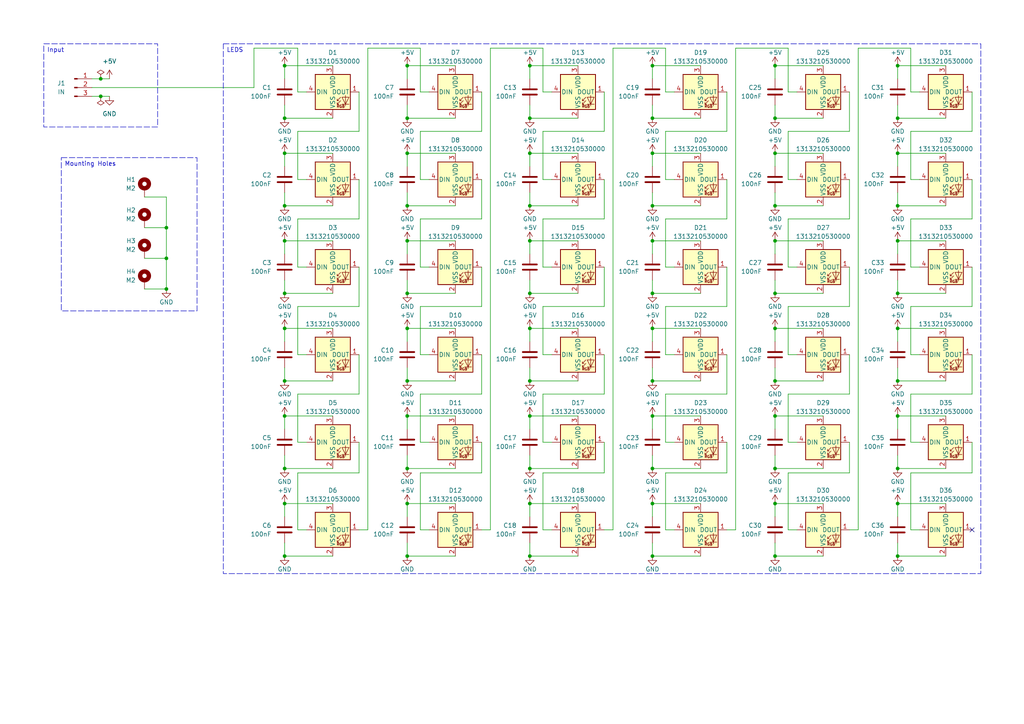
<source format=kicad_sch>
(kicad_sch (version 20230121) (generator eeschema)
  (paper "A4")
  (title_block (title "Carte Led") (date "2024-10-25") (rev "V1.0"))
  (junction (at 153.67 135.89))
  (junction (at 260.35 135.89))
  (junction (at 153.67 120.65))
  (junction (at 189.23 95.25))
  (junction (at 48.26 74.93))
  (junction (at 189.23 34.29))
  (junction (at 189.23 120.65))
  (junction (at 153.67 161.29))
  (junction (at 82.55 95.25))
  (junction (at 224.79 69.85))
  (junction (at 224.79 19.05))
  (junction (at 118.11 95.25))
  (junction (at 260.35 59.69))
  (junction (at 189.23 110.49))
  (junction (at 153.67 34.29))
  (junction (at 260.35 69.85))
  (junction (at 224.79 95.25))
  (junction (at 189.23 85.09))
  (junction (at 224.79 135.89))
  (junction (at 260.35 44.45))
  (junction (at 118.11 69.85))
  (junction (at 118.11 44.45))
  (junction (at 48.26 83.82))
  (junction (at 153.67 69.85))
  (junction (at 118.11 19.05))
  (junction (at 82.55 85.09))
  (junction (at 153.67 146.05))
  (junction (at 224.79 44.45))
  (junction (at 260.35 19.05))
  (junction (at 224.79 146.05))
  (junction (at 82.55 146.05))
  (junction (at 189.23 161.29))
  (junction (at 153.67 59.69))
  (junction (at 82.55 161.29))
  (junction (at 82.55 110.49))
  (junction (at 189.23 59.69))
  (junction (at 82.55 69.85))
  (junction (at 224.79 34.29))
  (junction (at 260.35 120.65))
  (junction (at 224.79 161.29))
  (junction (at 82.55 34.29))
  (junction (at 224.79 85.09))
  (junction (at 189.23 146.05))
  (junction (at 29.21 22.86))
  (junction (at 82.55 120.65))
  (junction (at 260.35 110.49))
  (junction (at 153.67 95.25))
  (junction (at 153.67 110.49))
  (junction (at 118.11 59.69))
  (junction (at 189.23 19.05))
  (junction (at 260.35 161.29))
  (junction (at 189.23 44.45))
  (junction (at 48.26 66.04))
  (junction (at 118.11 120.65))
  (junction (at 189.23 69.85))
  (junction (at 153.67 44.45))
  (junction (at 224.79 120.65))
  (junction (at 260.35 146.05))
  (junction (at 153.67 85.09))
  (junction (at 260.35 95.25))
  (junction (at 118.11 161.29))
  (junction (at 189.23 135.89))
  (junction (at 224.79 110.49))
  (junction (at 224.79 59.69))
  (junction (at 153.67 19.05))
  (junction (at 118.11 85.09))
  (junction (at 82.55 19.05))
  (junction (at 82.55 59.69))
  (junction (at 118.11 135.89))
  (junction (at 82.55 44.45))
  (junction (at 29.21 27.94))
  (junction (at 118.11 110.49))
  (junction (at 118.11 34.29))
  (junction (at 82.55 135.89))
  (junction (at 260.35 85.09))
  (junction (at 260.35 34.29))
  (junction (at 118.11 146.05))
  (no_connect (at 281.94 153.67))
  (wire (pts (xy 88.9 128.27) (xy 86.36 128.27)))
  (wire (pts (xy 264.16 137.16) (xy 281.94 137.16)))
  (wire (pts (xy 82.55 161.29) (xy 96.52 161.29)))
  (wire (pts (xy 177.8 13.97) (xy 177.8 153.67)))
  (wire (pts (xy 228.6 13.97) (xy 213.36 13.97)))
  (wire (pts (xy 224.79 55.88) (xy 224.79 59.69)))
  (wire (pts (xy 266.7 153.67) (xy 264.16 153.67)))
  (wire (pts (xy 118.11 95.25) (xy 118.11 99.06)))
  (wire (pts (xy 153.67 44.45) (xy 153.67 48.26)))
  (wire (pts (xy 260.35 135.89) (xy 274.32 135.89)))
  (wire (pts (xy 41.91 83.82) (xy 48.26 83.82)))
  (wire (pts (xy 224.79 120.65) (xy 238.76 120.65)))
  (wire (pts (xy 160.02 52.07) (xy 157.48 52.07)))
  (wire (pts (xy 231.14 26.67) (xy 228.6 26.67)))
  (wire (pts (xy 260.35 120.65) (xy 260.35 124.46)))
  (wire (pts (xy 224.79 59.69) (xy 238.76 59.69)))
  (wire (pts (xy 260.35 161.29) (xy 274.32 161.29)))
  (wire (pts (xy 260.35 55.88) (xy 260.35 59.69)))
  (wire (pts (xy 195.58 102.87) (xy 193.04 102.87)))
  (wire (pts (xy 175.26 38.1) (xy 175.26 26.67)))
  (wire (pts (xy 228.6 38.1) (xy 246.38 38.1)))
  (wire (pts (xy 121.92 63.5) (xy 139.7 63.5)))
  (wire (pts (xy 26.67 27.94) (xy 29.21 27.94)))
  (wire (pts (xy 189.23 59.69) (xy 203.2 59.69)))
  (wire (pts (xy 248.92 13.97) (xy 264.16 13.97)))
  (wire (pts (xy 124.46 128.27) (xy 121.92 128.27)))
  (wire (pts (xy 82.55 59.69) (xy 96.52 59.69)))
  (wire (pts (xy 224.79 85.09) (xy 238.76 85.09)))
  (wire (pts (xy 246.38 88.9) (xy 246.38 77.47)))
  (wire (pts (xy 26.67 22.86) (xy 29.21 22.86)))
  (wire (pts (xy 260.35 95.25) (xy 274.32 95.25)))
  (wire (pts (xy 153.67 34.29) (xy 167.64 34.29)))
  (wire (pts (xy 193.04 137.16) (xy 193.04 153.67)))
  (wire (pts (xy 82.55 55.88) (xy 82.55 59.69)))
  (wire (pts (xy 224.79 110.49) (xy 238.76 110.49)))
  (wire (pts (xy 189.23 44.45) (xy 189.23 48.26)))
  (wire (pts (xy 246.38 137.16) (xy 246.38 128.27)))
  (wire (pts (xy 118.11 161.29) (xy 132.08 161.29)))
  (wire (pts (xy 260.35 132.08) (xy 260.35 135.89)))
  (wire (pts (xy 26.67 25.4) (xy 73.66 25.4)))
  (wire (pts (xy 189.23 135.89) (xy 203.2 135.89)))
  (wire (pts (xy 160.02 26.67) (xy 157.48 26.67)))
  (wire (pts (xy 231.14 52.07) (xy 228.6 52.07)))
  (wire (pts (xy 193.04 114.3) (xy 193.04 128.27)))
  (wire (pts (xy 86.36 137.16) (xy 86.36 153.67)))
  (wire (pts (xy 193.04 13.97) (xy 193.04 26.67)))
  (wire (pts (xy 121.92 88.9) (xy 139.7 88.9)))
  (wire (pts (xy 228.6 88.9) (xy 246.38 88.9)))
  (wire (pts (xy 86.36 13.97) (xy 86.36 26.67)))
  (wire (pts (xy 195.58 26.67) (xy 193.04 26.67)))
  (wire (pts (xy 213.36 13.97) (xy 213.36 153.67)))
  (wire (pts (xy 264.16 137.16) (xy 264.16 153.67)))
  (wire (pts (xy 224.79 132.08) (xy 224.79 135.89)))
  (wire (pts (xy 118.11 106.68) (xy 118.11 110.49)))
  (wire (pts (xy 121.92 114.3) (xy 139.7 114.3)))
  (wire (pts (xy 189.23 44.45) (xy 203.2 44.45)))
  (wire (pts (xy 260.35 157.48) (xy 260.35 161.29)))
  (wire (pts (xy 153.67 110.49) (xy 167.64 110.49)))
  (wire (pts (xy 118.11 132.08) (xy 118.11 135.89)))
  (wire (pts (xy 106.68 13.97) (xy 106.68 153.67)))
  (wire (pts (xy 281.94 88.9) (xy 281.94 77.47)))
  (wire (pts (xy 153.67 157.48) (xy 153.67 161.29)))
  (wire (pts (xy 189.23 95.25) (xy 189.23 99.06)))
  (wire (pts (xy 104.14 63.5) (xy 104.14 52.07)))
  (wire (pts (xy 153.67 135.89) (xy 167.64 135.89)))
  (wire (pts (xy 193.04 137.16) (xy 210.82 137.16)))
  (wire (pts (xy 160.02 153.67) (xy 157.48 153.67)))
  (wire (pts (xy 104.14 114.3) (xy 104.14 102.87)))
  (wire (pts (xy 193.04 88.9) (xy 193.04 102.87)))
  (wire (pts (xy 189.23 19.05) (xy 189.23 22.86)))
  (wire (pts (xy 264.16 88.9) (xy 281.94 88.9)))
  (wire (pts (xy 266.7 52.07) (xy 264.16 52.07)))
  (wire (pts (xy 260.35 34.29) (xy 274.32 34.29)))
  (wire (pts (xy 266.7 77.47) (xy 264.16 77.47)))
  (wire (pts (xy 153.67 95.25) (xy 153.67 99.06)))
  (wire (pts (xy 264.16 38.1) (xy 264.16 52.07)))
  (wire (pts (xy 121.92 137.16) (xy 121.92 153.67)))
  (wire (pts (xy 153.67 120.65) (xy 167.64 120.65)))
  (wire (pts (xy 264.16 63.5) (xy 264.16 77.47)))
  (wire (pts (xy 260.35 85.09) (xy 274.32 85.09)))
  (wire (pts (xy 189.23 55.88) (xy 189.23 59.69)))
  (wire (pts (xy 231.14 102.87) (xy 228.6 102.87)))
  (wire (pts (xy 195.58 77.47) (xy 193.04 77.47)))
  (wire (pts (xy 121.92 38.1) (xy 121.92 52.07)))
  (wire (pts (xy 121.92 137.16) (xy 139.7 137.16)))
  (wire (pts (xy 88.9 52.07) (xy 86.36 52.07)))
  (wire (pts (xy 29.21 27.94) (xy 31.75 27.94)))
  (wire (pts (xy 157.48 38.1) (xy 157.48 52.07)))
  (wire (pts (xy 210.82 63.5) (xy 210.82 52.07)))
  (wire (pts (xy 210.82 88.9) (xy 210.82 77.47)))
  (wire (pts (xy 281.94 114.3) (xy 281.94 102.87)))
  (wire (pts (xy 189.23 30.48) (xy 189.23 34.29)))
  (wire (pts (xy 118.11 59.69) (xy 132.08 59.69)))
  (wire (pts (xy 160.02 77.47) (xy 157.48 77.47)))
  (wire (pts (xy 153.67 55.88) (xy 153.67 59.69)))
  (wire (pts (xy 86.36 38.1) (xy 104.14 38.1)))
  (wire (pts (xy 228.6 88.9) (xy 228.6 102.87)))
  (wire (pts (xy 193.04 63.5) (xy 193.04 77.47)))
  (wire (pts (xy 193.04 38.1) (xy 210.82 38.1)))
  (wire (pts (xy 157.48 38.1) (xy 175.26 38.1)))
  (wire (pts (xy 139.7 137.16) (xy 139.7 128.27)))
  (wire (pts (xy 121.92 13.97) (xy 121.92 26.67)))
  (wire (pts (xy 139.7 114.3) (xy 139.7 102.87)))
  (wire (pts (xy 224.79 157.48) (xy 224.79 161.29)))
  (wire (pts (xy 41.91 57.15) (xy 48.26 57.15)))
  (wire (pts (xy 260.35 44.45) (xy 274.32 44.45)))
  (wire (pts (xy 260.35 59.69) (xy 274.32 59.69)))
  (wire (pts (xy 82.55 95.25) (xy 82.55 99.06)))
  (wire (pts (xy 224.79 44.45) (xy 238.76 44.45)))
  (wire (pts (xy 82.55 135.89) (xy 96.52 135.89)))
  (wire (pts (xy 86.36 63.5) (xy 86.36 77.47)))
  (wire (pts (xy 195.58 52.07) (xy 193.04 52.07)))
  (wire (pts (xy 118.11 81.28) (xy 118.11 85.09)))
  (wire (pts (xy 73.66 25.4) (xy 73.66 13.97)))
  (wire (pts (xy 266.7 102.87) (xy 264.16 102.87)))
  (wire (pts (xy 246.38 63.5) (xy 246.38 52.07)))
  (wire (pts (xy 189.23 34.29) (xy 203.2 34.29)))
  (wire (pts (xy 82.55 120.65) (xy 96.52 120.65)))
  (wire (pts (xy 153.67 44.45) (xy 167.64 44.45)))
  (wire (pts (xy 82.55 19.05) (xy 82.55 22.86)))
  (wire (pts (xy 231.14 77.47) (xy 228.6 77.47)))
  (wire (pts (xy 260.35 69.85) (xy 274.32 69.85)))
  (wire (pts (xy 153.67 146.05) (xy 167.64 146.05)))
  (wire (pts (xy 86.36 88.9) (xy 104.14 88.9)))
  (wire (pts (xy 224.79 120.65) (xy 224.79 124.46)))
  (wire (pts (xy 224.79 135.89) (xy 238.76 135.89)))
  (wire (pts (xy 157.48 114.3) (xy 175.26 114.3)))
  (wire (pts (xy 264.16 38.1) (xy 281.94 38.1)))
  (wire (pts (xy 118.11 55.88) (xy 118.11 59.69)))
  (wire (pts (xy 264.16 13.97) (xy 264.16 26.67)))
  (wire (pts (xy 224.79 69.85) (xy 238.76 69.85)))
  (wire (pts (xy 224.79 161.29) (xy 238.76 161.29)))
  (wire (pts (xy 281.94 63.5) (xy 281.94 52.07)))
  (wire (pts (xy 224.79 30.48) (xy 224.79 34.29)))
  (wire (pts (xy 228.6 114.3) (xy 228.6 128.27)))
  (wire (pts (xy 224.79 95.25) (xy 224.79 99.06)))
  (wire (pts (xy 124.46 52.07) (xy 121.92 52.07)))
  (wire (pts (xy 281.94 38.1) (xy 281.94 26.67)))
  (wire (pts (xy 139.7 38.1) (xy 139.7 26.67)))
  (wire (pts (xy 86.36 114.3) (xy 86.36 128.27)))
  (wire (pts (xy 82.55 132.08) (xy 82.55 135.89)))
  (wire (pts (xy 157.48 137.16) (xy 175.26 137.16)))
  (wire (pts (xy 86.36 137.16) (xy 104.14 137.16)))
  (wire (pts (xy 264.16 88.9) (xy 264.16 102.87)))
  (wire (pts (xy 153.67 19.05) (xy 153.67 22.86)))
  (wire (pts (xy 118.11 19.05) (xy 132.08 19.05)))
  (wire (pts (xy 246.38 114.3) (xy 246.38 102.87)))
  (wire (pts (xy 160.02 128.27) (xy 157.48 128.27)))
  (wire (pts (xy 224.79 34.29) (xy 238.76 34.29)))
  (wire (pts (xy 189.23 81.28) (xy 189.23 85.09)))
  (wire (pts (xy 175.26 88.9) (xy 175.26 77.47)))
  (wire (pts (xy 82.55 157.48) (xy 82.55 161.29)))
  (wire (pts (xy 228.6 114.3) (xy 246.38 114.3)))
  (wire (pts (xy 153.67 30.48) (xy 153.67 34.29)))
  (wire (pts (xy 224.79 19.05) (xy 224.79 22.86)))
  (wire (pts (xy 82.55 81.28) (xy 82.55 85.09)))
  (wire (pts (xy 157.48 137.16) (xy 157.48 153.67)))
  (wire (pts (xy 118.11 69.85) (xy 118.11 73.66)))
  (wire (pts (xy 121.92 13.97) (xy 106.68 13.97)))
  (wire (pts (xy 189.23 161.29) (xy 203.2 161.29)))
  (wire (pts (xy 231.14 153.67) (xy 228.6 153.67)))
  (wire (pts (xy 189.23 69.85) (xy 203.2 69.85)))
  (wire (pts (xy 104.14 153.67) (xy 106.68 153.67)))
  (wire (pts (xy 118.11 34.29) (xy 132.08 34.29)))
  (wire (pts (xy 157.48 63.5) (xy 157.48 77.47)))
  (wire (pts (xy 82.55 95.25) (xy 96.52 95.25)))
  (wire (pts (xy 121.92 63.5) (xy 121.92 77.47)))
  (wire (pts (xy 189.23 110.49) (xy 203.2 110.49)))
  (wire (pts (xy 260.35 95.25) (xy 260.35 99.06)))
  (wire (pts (xy 104.14 137.16) (xy 104.14 128.27)))
  (wire (pts (xy 189.23 85.09) (xy 203.2 85.09)))
  (wire (pts (xy 121.92 114.3) (xy 121.92 128.27)))
  (wire (pts (xy 193.04 38.1) (xy 193.04 52.07)))
  (wire (pts (xy 118.11 135.89) (xy 132.08 135.89)))
  (wire (pts (xy 260.35 19.05) (xy 274.32 19.05)))
  (wire (pts (xy 281.94 137.16) (xy 281.94 128.27)))
  (wire (pts (xy 139.7 63.5) (xy 139.7 52.07)))
  (wire (pts (xy 104.14 38.1) (xy 104.14 26.67)))
  (wire (pts (xy 260.35 44.45) (xy 260.35 48.26)))
  (wire (pts (xy 175.26 153.67) (xy 177.8 153.67)))
  (wire (pts (xy 118.11 157.48) (xy 118.11 161.29)))
  (wire (pts (xy 189.23 106.68) (xy 189.23 110.49)))
  (wire (pts (xy 224.79 146.05) (xy 238.76 146.05)))
  (wire (pts (xy 153.67 85.09) (xy 167.64 85.09)))
  (wire (pts (xy 260.35 106.68) (xy 260.35 110.49)))
  (wire (pts (xy 86.36 38.1) (xy 86.36 52.07)))
  (wire (pts (xy 142.24 153.67) (xy 139.7 153.67)))
  (wire (pts (xy 153.67 146.05) (xy 153.67 149.86)))
  (wire (pts (xy 248.92 13.97) (xy 248.92 153.67)))
  (wire (pts (xy 153.67 95.25) (xy 167.64 95.25)))
  (wire (pts (xy 228.6 63.5) (xy 246.38 63.5)))
  (wire (pts (xy 157.48 63.5) (xy 175.26 63.5)))
  (wire (pts (xy 260.35 146.05) (xy 274.32 146.05)))
  (wire (pts (xy 82.55 106.68) (xy 82.55 110.49)))
  (wire (pts (xy 246.38 38.1) (xy 246.38 26.67)))
  (wire (pts (xy 210.82 114.3) (xy 210.82 102.87)))
  (wire (pts (xy 153.67 69.85) (xy 167.64 69.85)))
  (wire (pts (xy 264.16 114.3) (xy 264.16 128.27)))
  (wire (pts (xy 153.67 69.85) (xy 153.67 73.66)))
  (wire (pts (xy 139.7 88.9) (xy 139.7 77.47)))
  (wire (pts (xy 118.11 110.49) (xy 132.08 110.49)))
  (wire (pts (xy 189.23 146.05) (xy 203.2 146.05)))
  (wire (pts (xy 104.14 88.9) (xy 104.14 77.47)))
  (wire (pts (xy 153.67 120.65) (xy 153.67 124.46)))
  (wire (pts (xy 224.79 106.68) (xy 224.79 110.49)))
  (wire (pts (xy 260.35 120.65) (xy 274.32 120.65)))
  (wire (pts (xy 153.67 161.29) (xy 167.64 161.29)))
  (wire (pts (xy 82.55 30.48) (xy 82.55 34.29)))
  (wire (pts (xy 248.92 153.67) (xy 246.38 153.67)))
  (wire (pts (xy 189.23 95.25) (xy 203.2 95.25)))
  (wire (pts (xy 228.6 13.97) (xy 228.6 26.67)))
  (wire (pts (xy 82.55 146.05) (xy 96.52 146.05)))
  (wire (pts (xy 193.04 114.3) (xy 210.82 114.3)))
  (wire (pts (xy 260.35 146.05) (xy 260.35 149.86)))
  (wire (pts (xy 121.92 38.1) (xy 139.7 38.1)))
  (wire (pts (xy 193.04 63.5) (xy 210.82 63.5)))
  (wire (pts (xy 82.55 120.65) (xy 82.55 124.46)))
  (wire (pts (xy 189.23 19.05) (xy 203.2 19.05)))
  (wire (pts (xy 210.82 137.16) (xy 210.82 128.27)))
  (wire (pts (xy 231.14 128.27) (xy 228.6 128.27)))
  (wire (pts (xy 189.23 69.85) (xy 189.23 73.66)))
  (wire (pts (xy 189.23 120.65) (xy 203.2 120.65)))
  (wire (pts (xy 224.79 81.28) (xy 224.79 85.09)))
  (wire (pts (xy 82.55 44.45) (xy 82.55 48.26)))
  (wire (pts (xy 264.16 63.5) (xy 281.94 63.5)))
  (wire (pts (xy 157.48 114.3) (xy 157.48 128.27)))
  (wire (pts (xy 266.7 128.27) (xy 264.16 128.27)))
  (wire (pts (xy 118.11 44.45) (xy 132.08 44.45)))
  (wire (pts (xy 82.55 110.49) (xy 96.52 110.49)))
  (wire (pts (xy 86.36 63.5) (xy 104.14 63.5)))
  (wire (pts (xy 160.02 102.87) (xy 157.48 102.87)))
  (wire (pts (xy 189.23 132.08) (xy 189.23 135.89)))
  (wire (pts (xy 48.26 74.93) (xy 48.26 83.82)))
  (wire (pts (xy 88.9 153.67) (xy 86.36 153.67)))
  (wire (pts (xy 124.46 77.47) (xy 121.92 77.47)))
  (wire (pts (xy 175.26 137.16) (xy 175.26 128.27)))
  (wire (pts (xy 189.23 157.48) (xy 189.23 161.29)))
  (wire (pts (xy 228.6 38.1) (xy 228.6 52.07)))
  (wire (pts (xy 189.23 146.05) (xy 189.23 149.86)))
  (wire (pts (xy 82.55 146.05) (xy 82.55 149.86)))
  (wire (pts (xy 193.04 88.9) (xy 210.82 88.9)))
  (wire (pts (xy 157.48 13.97) (xy 157.48 26.67)))
  (wire (pts (xy 118.11 30.48) (xy 118.11 34.29)))
  (wire (pts (xy 121.92 88.9) (xy 121.92 102.87)))
  (wire (pts (xy 82.55 85.09) (xy 96.52 85.09)))
  (wire (pts (xy 157.48 88.9) (xy 157.48 102.87)))
  (wire (pts (xy 86.36 88.9) (xy 86.36 102.87)))
  (wire (pts (xy 153.67 132.08) (xy 153.67 135.89)))
  (wire (pts (xy 124.46 102.87) (xy 121.92 102.87)))
  (wire (pts (xy 82.55 69.85) (xy 96.52 69.85)))
  (wire (pts (xy 210.82 153.67) (xy 213.36 153.67)))
  (wire (pts (xy 260.35 19.05) (xy 260.35 22.86)))
  (wire (pts (xy 264.16 114.3) (xy 281.94 114.3)))
  (wire (pts (xy 48.26 66.04) (xy 48.26 74.93)))
  (wire (pts (xy 195.58 128.27) (xy 193.04 128.27)))
  (wire (pts (xy 118.11 120.65) (xy 118.11 124.46)))
  (wire (pts (xy 228.6 137.16) (xy 228.6 153.67)))
  (wire (pts (xy 88.9 102.87) (xy 86.36 102.87)))
  (wire (pts (xy 82.55 69.85) (xy 82.55 73.66)))
  (wire (pts (xy 224.79 146.05) (xy 224.79 149.86)))
  (wire (pts (xy 153.67 19.05) (xy 167.64 19.05)))
  (wire (pts (xy 124.46 26.67) (xy 121.92 26.67)))
  (wire (pts (xy 260.35 81.28) (xy 260.35 85.09)))
  (wire (pts (xy 228.6 63.5) (xy 228.6 77.47)))
  (wire (pts (xy 195.58 153.67) (xy 193.04 153.67)))
  (wire (pts (xy 260.35 110.49) (xy 274.32 110.49)))
  (wire (pts (xy 118.11 19.05) (xy 118.11 22.86)))
  (wire (pts (xy 153.67 106.68) (xy 153.67 110.49)))
  (wire (pts (xy 88.9 77.47) (xy 86.36 77.47)))
  (wire (pts (xy 82.55 34.29) (xy 96.52 34.29)))
  (wire (pts (xy 224.79 19.05) (xy 238.76 19.05)))
  (wire (pts (xy 224.79 44.45) (xy 224.79 48.26)))
  (wire (pts (xy 118.11 95.25) (xy 132.08 95.25)))
  (wire (pts (xy 153.67 59.69) (xy 167.64 59.69)))
  (wire (pts (xy 224.79 69.85) (xy 224.79 73.66)))
  (wire (pts (xy 266.7 26.67) (xy 264.16 26.67)))
  (wire (pts (xy 228.6 137.16) (xy 246.38 137.16)))
  (wire (pts (xy 82.55 44.45) (xy 96.52 44.45)))
  (wire (pts (xy 73.66 13.97) (xy 86.36 13.97)))
  (wire (pts (xy 88.9 26.67) (xy 86.36 26.67)))
  (wire (pts (xy 124.46 153.67) (xy 121.92 153.67)))
  (wire (pts (xy 82.55 19.05) (xy 96.52 19.05)))
  (wire (pts (xy 177.8 13.97) (xy 193.04 13.97)))
  (wire (pts (xy 86.36 114.3) (xy 104.14 114.3)))
  (wire (pts (xy 142.24 13.97) (xy 142.24 153.67)))
  (wire (pts (xy 153.67 81.28) (xy 153.67 85.09)))
  (wire (pts (xy 48.26 57.15) (xy 48.26 66.04)))
  (wire (pts (xy 118.11 146.05) (xy 118.11 149.86)))
  (wire (pts (xy 29.21 22.86) (xy 31.75 22.86)))
  (wire (pts (xy 189.23 120.65) (xy 189.23 124.46)))
  (wire (pts (xy 142.24 13.97) (xy 157.48 13.97)))
  (wire (pts (xy 260.35 69.85) (xy 260.35 73.66)))
  (wire (pts (xy 41.91 74.93) (xy 48.26 74.93)))
  (wire (pts (xy 175.26 63.5) (xy 175.26 52.07)))
  (wire (pts (xy 224.79 95.25) (xy 238.76 95.25)))
  (wire (pts (xy 260.35 30.48) (xy 260.35 34.29)))
  (wire (pts (xy 118.11 85.09) (xy 132.08 85.09)))
  (wire (pts (xy 118.11 146.05) (xy 132.08 146.05)))
  (wire (pts (xy 210.82 38.1) (xy 210.82 26.67)))
  (wire (pts (xy 118.11 44.45) (xy 118.11 48.26)))
  (wire (pts (xy 118.11 120.65) (xy 132.08 120.65)))
  (wire (pts (xy 157.48 88.9) (xy 175.26 88.9)))
  (wire (pts (xy 41.91 66.04) (xy 48.26 66.04)))
  (wire (pts (xy 118.11 69.85) (xy 132.08 69.85)))
  (wire (pts (xy 175.26 114.3) (xy 175.26 102.87)))
  (text_box "Mounting Holes" (at 17.78 45.72 0) (size 39.37 44.45) (stroke (width 0) (type dash)) (effects (font (size 1.27 1.27)) (justify left top)))
  (text_box "LEDS" (at 64.77 12.7 0) (size 219.71 153.67) (stroke (width 0) (type dash)) (effects (font (size 1.27 1.27)) (justify left top)))
  (text_box "Input" (at 12.7 12.7 0) (size 33.02 24.13) (stroke (width 0) (type dash)) (effects (font (size 1.27 1.27)) (justify left top)))
  (symbol (lib_id "power:GND") (at 118.11 85.09 0) (unit 1)
    (property "Reference" "#PWR020" (effects hide))
    (property "Value" "GND" (at 118.11 88.9 0))
  )
  (symbol (lib_id "ComponentsEvo:1313210530000") (at 167.64 77.47 0) (unit 1)
    (property "Reference" "D15" (at 167.64 66.04 0))
    (property "Value" "1313210530000" (at 167.64 68.58 0))
    (property "Footprint" "ComponentsEvo:1313210530000" (effects hide))
    (property "Datasheet" "https://www.we-online.com/components/products/datasheet/1313210530000.pdf" (effects hide))
  )
  (symbol (lib_id "ComponentsEvo:1313210530000") (at 132.08 52.07 0) (unit 1)
    (property "Reference" "D8" (at 132.08 40.64 0))
    (property "Value" "1313210530000" (at 132.08 43.18 0))
    (property "Footprint" "ComponentsEvo:1313210530000" (effects hide))
    (property "Datasheet" "https://www.we-online.com/components/products/datasheet/1313210530000.pdf" (effects hide))
  )
  (symbol (lib_id "power:GND") (at 153.67 110.49 0) (unit 1)
    (property "Reference" "#PWR034" (effects hide))
    (property "Value" "GND" (at 153.67 114.3 0))
  )
  (symbol (lib_id "Device:C") (at 82.55 128.27 0) (unit 1)
    (property "Reference" "C5" (at 78.74 127 0) (effects (justify right)))
    (property "Value" "100nF" (at 78.74 129.54 0) (effects (justify right)))
    (property "Footprint" "Capacitor_SMD:C_0603_1608Metric" (effects hide))
  )
  (symbol (lib_id "power:GND") (at 260.35 85.09 0) (unit 1)
    (property "Reference" "#PWR068" (effects hide))
    (property "Value" "GND" (at 260.35 88.9 0))
  )
  (symbol (lib_id "Device:C") (at 118.11 26.67 0) (unit 1)
    (property "Reference" "C7" (at 114.3 25.4 0) (effects (justify right)))
    (property "Value" "100nF" (at 114.3 27.94 0) (effects (justify right)))
    (property "Footprint" "Capacitor_SMD:C_0603_1608Metric" (effects hide))
  )
  (symbol (lib_id "power:PWR_FLAG") (at 29.21 27.94 180) (unit 1)
    (property "Reference" "#FLG02" (effects hide))
    (property "Value" "PWR_FLAG" (effects hide))
  )
  (symbol (lib_id "Device:C") (at 260.35 52.07 0) (unit 1)
    (property "Reference" "C32" (at 256.54 50.8 0) (effects (justify right)))
    (property "Value" "100nF" (at 256.54 53.34 0) (effects (justify right)))
    (property "Footprint" "Capacitor_SMD:C_0603_1608Metric" (effects hide))
  )
  (symbol (lib_id "ComponentsEvo:1313210530000") (at 203.2 153.67 0) (unit 1)
    (property "Reference" "D24" (at 203.2 142.24 0))
    (property "Value" "1313210530000" (at 203.2 144.78 0))
    (property "Footprint" "ComponentsEvo:1313210530000" (effects hide))
    (property "Datasheet" "https://www.we-online.com/components/products/datasheet/1313210530000.pdf" (effects hide))
  )
  (symbol (lib_id "ComponentsEvo:1313210530000") (at 167.64 26.67 0) (unit 1)
    (property "Reference" "D13" (at 167.64 15.24 0))
    (property "Value" "1313210530000" (at 167.64 17.78 0))
    (property "Footprint" "ComponentsEvo:1313210530000" (effects hide))
    (property "Datasheet" "https://www.we-online.com/components/products/datasheet/1313210530000.pdf" (effects hide))
  )
  (symbol (lib_id "power:GND") (at 189.23 135.89 0) (unit 1)
    (property "Reference" "#PWR048" (effects hide))
    (property "Value" "GND" (at 189.23 139.7 0))
  )
  (symbol (lib_id "Device:C") (at 153.67 26.67 0) (unit 1)
    (property "Reference" "C13" (at 149.86 25.4 0) (effects (justify right)))
    (property "Value" "100nF" (at 149.86 27.94 0) (effects (justify right)))
    (property "Footprint" "Capacitor_SMD:C_0603_1608Metric" (effects hide))
  )
  (symbol (lib_id "power:GND") (at 224.79 59.69 0) (unit 1)
    (property "Reference" "#PWR054" (effects hide))
    (property "Value" "GND" (at 224.79 63.5 0))
  )
  (symbol (lib_id "power:+5V") (at 31.75 22.86 0) (unit 1)
    (property "Reference" "#PWR01" (effects hide))
    (property "Value" "+5V" (at 31.75 17.78 0))
  )
  (symbol (lib_id "power:+5V") (at 153.67 44.45 0) (unit 1)
    (property "Reference" "#PWR029" (effects hide))
    (property "Value" "+5V" (at 153.67 40.64 0))
  )
  (symbol (lib_id "power:+5V") (at 224.79 146.05 0) (unit 1)
    (property "Reference" "#PWR061" (effects hide))
    (property "Value" "+5V" (at 224.79 142.24 0))
  )
  (symbol (lib_id "power:GND") (at 82.55 135.89 0) (unit 1)
    (property "Reference" "#PWR012" (effects hide))
    (property "Value" "GND" (at 82.55 139.7 0))
  )
  (symbol (lib_id "power:+5V") (at 118.11 146.05 0) (unit 1)
    (property "Reference" "#PWR025" (effects hide))
    (property "Value" "+5V" (at 118.11 142.24 0))
  )
  (symbol (lib_id "power:GND") (at 224.79 161.29 0) (unit 1)
    (property "Reference" "#PWR062" (effects hide))
    (property "Value" "GND" (at 224.79 165.1 0))
  )
  (symbol (lib_id "ComponentsEvo:1313210530000") (at 274.32 153.67 0) (unit 1)
    (property "Reference" "D36" (at 274.32 142.24 0))
    (property "Value" "1313210530000" (at 274.32 144.78 0))
    (property "Footprint" "ComponentsEvo:1313210530000" (effects hide))
    (property "Datasheet" "https://www.we-online.com/components/products/datasheet/1313210530000.pdf" (effects hide))
  )
  (symbol (lib_id "Mechanical:MountingHole_Pad") (at 41.91 63.5 0) (mirror y) (unit 1) (in_bom no)
    (property "Reference" "H2" (at 39.37 60.96 0) (effects (justify left)))
    (property "Value" "M2" (at 39.37 63.5 0) (effects (justify left)))
    (property "Footprint" "MountingHole:MountingHole_2.2mm_M2_Pad_Via" (effects hide))
  )
  (symbol (lib_id "power:+5V") (at 189.23 95.25 0) (unit 1)
    (property "Reference" "#PWR045" (effects hide))
    (property "Value" "+5V" (at 189.23 91.44 0))
  )
  (symbol (lib_id "Device:C") (at 82.55 77.47 0) (unit 1)
    (property "Reference" "C3" (at 78.74 76.2 0) (effects (justify right)))
    (property "Value" "100nF" (at 78.74 78.74 0) (effects (justify right)))
    (property "Footprint" "Capacitor_SMD:C_0603_1608Metric" (effects hide))
  )
  (symbol (lib_id "ComponentsEvo:1313210530000") (at 96.52 52.07 0) (unit 1)
    (property "Reference" "D2" (at 96.52 40.64 0))
    (property "Value" "1313210530000" (at 96.52 43.18 0))
    (property "Footprint" "ComponentsEvo:1313210530000" (effects hide))
    (property "Datasheet" "https://www.we-online.com/components/products/datasheet/1313210530000.pdf" (effects hide))
  )
  (symbol (lib_id "power:GND") (at 260.35 135.89 0) (unit 1)
    (property "Reference" "#PWR072" (effects hide))
    (property "Value" "GND" (at 260.35 139.7 0))
  )
  (symbol (lib_id "power:+5V") (at 260.35 146.05 0) (unit 1)
    (property "Reference" "#PWR073" (effects hide))
    (property "Value" "+5V" (at 260.35 142.24 0))
  )
  (symbol (lib_id "Device:C") (at 224.79 128.27 0) (unit 1)
    (property "Reference" "C29" (at 220.98 127 0) (effects (justify right)))
    (property "Value" "100nF" (at 220.98 129.54 0) (effects (justify right)))
    (property "Footprint" "Capacitor_SMD:C_0603_1608Metric" (effects hide))
  )
  (symbol (lib_id "ComponentsEvo:1313210530000") (at 203.2 26.67 0) (unit 1)
    (property "Reference" "D19" (at 203.2 15.24 0))
    (property "Value" "1313210530000" (at 203.2 17.78 0))
    (property "Footprint" "ComponentsEvo:1313210530000" (effects hide))
    (property "Datasheet" "https://www.we-online.com/components/products/datasheet/1313210530000.pdf" (effects hide))
  )
  (symbol (lib_id "ComponentsEvo:1313210530000") (at 132.08 153.67 0) (unit 1)
    (property "Reference" "D12" (at 132.08 142.24 0))
    (property "Value" "1313210530000" (at 132.08 144.78 0))
    (property "Footprint" "ComponentsEvo:1313210530000" (effects hide))
    (property "Datasheet" "https://www.we-online.com/components/products/datasheet/1313210530000.pdf" (effects hide))
  )
  (symbol (lib_id "power:GND") (at 224.79 85.09 0) (unit 1)
    (property "Reference" "#PWR056" (effects hide))
    (property "Value" "GND" (at 224.79 88.9 0))
  )
  (symbol (lib_id "Device:C") (at 189.23 52.07 0) (unit 1)
    (property "Reference" "C20" (at 185.42 50.8 0) (effects (justify right)))
    (property "Value" "100nF" (at 185.42 53.34 0) (effects (justify right)))
    (property "Footprint" "Capacitor_SMD:C_0603_1608Metric" (effects hide))
  )
  (symbol (lib_id "power:GND") (at 260.35 110.49 0) (unit 1)
    (property "Reference" "#PWR070" (effects hide))
    (property "Value" "GND" (at 260.35 114.3 0))
  )
  (symbol (lib_id "ComponentsEvo:1313210530000") (at 238.76 77.47 0) (unit 1)
    (property "Reference" "D27" (at 238.76 66.04 0))
    (property "Value" "1313210530000" (at 238.76 68.58 0))
    (property "Footprint" "ComponentsEvo:1313210530000" (effects hide))
    (property "Datasheet" "https://www.we-online.com/components/products/datasheet/1313210530000.pdf" (effects hide))
  )
  (symbol (lib_id "power:GND") (at 82.55 34.29 0) (unit 1)
    (property "Reference" "#PWR04" (effects hide))
    (property "Value" "GND" (at 82.55 38.1 0))
  )
  (symbol (lib_id "ComponentsEvo:1313210530000") (at 96.52 153.67 0) (unit 1)
    (property "Reference" "D6" (at 96.52 142.24 0))
    (property "Value" "1313210530000" (at 96.52 144.78 0))
    (property "Footprint" "ComponentsEvo:1313210530000" (effects hide))
    (property "Datasheet" "https://www.we-online.com/components/products/datasheet/1313210530000.pdf" (effects hide))
  )
  (symbol (lib_id "ComponentsEvo:1313210530000") (at 167.64 128.27 0) (unit 1)
    (property "Reference" "D17" (at 167.64 116.84 0))
    (property "Value" "1313210530000" (at 167.64 119.38 0))
    (property "Footprint" "ComponentsEvo:1313210530000" (effects hide))
    (property "Datasheet" "https://www.we-online.com/components/products/datasheet/1313210530000.pdf" (effects hide))
  )
  (symbol (lib_id "Device:C") (at 260.35 102.87 0) (unit 1)
    (property "Reference" "C34" (at 256.54 101.6 0) (effects (justify right)))
    (property "Value" "100nF" (at 256.54 104.14 0) (effects (justify right)))
    (property "Footprint" "Capacitor_SMD:C_0603_1608Metric" (effects hide))
  )
  (symbol (lib_id "power:+5V") (at 82.55 146.05 0) (unit 1)
    (property "Reference" "#PWR013" (effects hide))
    (property "Value" "+5V" (at 82.55 142.24 0))
  )
  (symbol (lib_id "Device:C") (at 118.11 77.47 0) (unit 1)
    (property "Reference" "C9" (at 114.3 76.2 0) (effects (justify right)))
    (property "Value" "100nF" (at 114.3 78.74 0) (effects (justify right)))
    (property "Footprint" "Capacitor_SMD:C_0603_1608Metric" (effects hide))
  )
  (symbol (lib_id "power:GND") (at 118.11 161.29 0) (unit 1)
    (property "Reference" "#PWR026" (effects hide))
    (property "Value" "GND" (at 118.11 165.1 0))
  )
  (symbol (lib_id "Device:C") (at 153.67 128.27 0) (unit 1)
    (property "Reference" "C17" (at 149.86 127 0) (effects (justify right)))
    (property "Value" "100nF" (at 149.86 129.54 0) (effects (justify right)))
    (property "Footprint" "Capacitor_SMD:C_0603_1608Metric" (effects hide))
  )
  (symbol (lib_id "power:+5V") (at 153.67 120.65 0) (unit 1)
    (property "Reference" "#PWR035" (effects hide))
    (property "Value" "+5V" (at 153.67 116.84 0))
  )
  (symbol (lib_id "power:GND") (at 189.23 85.09 0) (unit 1)
    (property "Reference" "#PWR044" (effects hide))
    (property "Value" "GND" (at 189.23 88.9 0))
  )
  (symbol (lib_id "power:GND") (at 224.79 135.89 0) (unit 1)
    (property "Reference" "#PWR060" (effects hide))
    (property "Value" "GND" (at 224.79 139.7 0))
  )
  (symbol (lib_id "power:+5V") (at 153.67 95.25 0) (unit 1)
    (property "Reference" "#PWR033" (effects hide))
    (property "Value" "+5V" (at 153.67 91.44 0))
  )
  (symbol (lib_id "ComponentsEvo:1313210530000") (at 203.2 128.27 0) (unit 1)
    (property "Reference" "D23" (at 203.2 116.84 0))
    (property "Value" "1313210530000" (at 203.2 119.38 0))
    (property "Footprint" "ComponentsEvo:1313210530000" (effects hide))
    (property "Datasheet" "https://www.we-online.com/components/products/datasheet/1313210530000.pdf" (effects hide))
  )
  (symbol (lib_id "Device:C") (at 189.23 153.67 0) (unit 1)
    (property "Reference" "C24" (at 185.42 152.4 0) (effects (justify right)))
    (property "Value" "100nF" (at 185.42 154.94 0) (effects (justify right)))
    (property "Footprint" "Capacitor_SMD:C_0603_1608Metric" (effects hide))
  )
  (symbol (lib_id "ComponentsEvo:1313210530000") (at 274.32 102.87 0) (unit 1)
    (property "Reference" "D34" (at 274.32 91.44 0))
    (property "Value" "1313210530000" (at 274.32 93.98 0))
    (property "Footprint" "ComponentsEvo:1313210530000" (effects hide))
    (property "Datasheet" "https://www.we-online.com/components/products/datasheet/1313210530000.pdf" (effects hide))
  )
  (symbol (lib_id "power:+5V") (at 118.11 69.85 0) (unit 1)
    (property "Reference" "#PWR019" (effects hide))
    (property "Value" "+5V" (at 118.11 66.04 0))
  )
  (symbol (lib_id "ComponentsEvo:1313210530000") (at 274.32 128.27 0) (unit 1)
    (property "Reference" "D35" (at 274.32 116.84 0))
    (property "Value" "1313210530000" (at 274.32 119.38 0))
    (property "Footprint" "ComponentsEvo:1313210530000" (effects hide))
    (property "Datasheet" "https://www.we-online.com/components/products/datasheet/1313210530000.pdf" (effects hide))
  )
  (symbol (lib_id "Device:C") (at 118.11 52.07 0) (unit 1)
    (property "Reference" "C8" (at 114.3 50.8 0) (effects (justify right)))
    (property "Value" "100nF" (at 114.3 53.34 0) (effects (justify right)))
    (property "Footprint" "Capacitor_SMD:C_0603_1608Metric" (effects hide))
  )
  (symbol (lib_id "power:GND") (at 224.79 110.49 0) (unit 1)
    (property "Reference" "#PWR058" (effects hide))
    (property "Value" "GND" (at 224.79 114.3 0))
  )
  (symbol (lib_id "power:GND") (at 118.11 110.49 0) (unit 1)
    (property "Reference" "#PWR022" (effects hide))
    (property "Value" "GND" (at 118.11 114.3 0))
  )
  (symbol (lib_id "power:GND") (at 260.35 59.69 0) (unit 1)
    (property "Reference" "#PWR066" (effects hide))
    (property "Value" "GND" (at 260.35 63.5 0))
  )
  (symbol (lib_id "Device:C") (at 118.11 153.67 0) (unit 1)
    (property "Reference" "C12" (at 114.3 152.4 0) (effects (justify right)))
    (property "Value" "100nF" (at 114.3 154.94 0) (effects (justify right)))
    (property "Footprint" "Capacitor_SMD:C_0603_1608Metric" (effects hide))
  )
  (symbol (lib_id "ComponentsEvo:1313210530000") (at 238.76 128.27 0) (unit 1)
    (property "Reference" "D29" (at 238.76 116.84 0))
    (property "Value" "1313210530000" (at 238.76 119.38 0))
    (property "Footprint" "ComponentsEvo:1313210530000" (effects hide))
    (property "Datasheet" "https://www.we-online.com/components/products/datasheet/1313210530000.pdf" (effects hide))
  )
  (symbol (lib_id "power:+5V") (at 82.55 120.65 0) (unit 1)
    (property "Reference" "#PWR011" (effects hide))
    (property "Value" "+5V" (at 82.55 116.84 0))
  )
  (symbol (lib_id "Device:C") (at 224.79 77.47 0) (unit 1)
    (property "Reference" "C27" (at 220.98 76.2 0) (effects (justify right)))
    (property "Value" "100nF" (at 220.98 78.74 0) (effects (justify right)))
    (property "Footprint" "Capacitor_SMD:C_0603_1608Metric" (effects hide))
  )
  (symbol (lib_id "Device:C") (at 82.55 52.07 0) (unit 1)
    (property "Reference" "C2" (at 78.74 50.8 0) (effects (justify right)))
    (property "Value" "100nF" (at 78.74 53.34 0) (effects (justify right)))
    (property "Footprint" "Capacitor_SMD:C_0603_1608Metric" (effects hide))
  )
  (symbol (lib_id "power:PWR_FLAG") (at 29.21 22.86 0) (unit 1)
    (property "Reference" "#FLG01" (effects hide))
    (property "Value" "PWR_FLAG" (effects hide))
  )
  (symbol (lib_id "power:GND") (at 82.55 161.29 0) (unit 1)
    (property "Reference" "#PWR014" (effects hide))
    (property "Value" "GND" (at 82.55 165.1 0))
  )
  (symbol (lib_id "power:+5V") (at 82.55 44.45 0) (unit 1)
    (property "Reference" "#PWR05" (effects hide))
    (property "Value" "+5V" (at 82.55 40.64 0))
  )
  (symbol (lib_id "power:+5V") (at 260.35 120.65 0) (unit 1)
    (property "Reference" "#PWR071" (effects hide))
    (property "Value" "+5V" (at 260.35 116.84 0))
  )
  (symbol (lib_id "power:GND") (at 260.35 34.29 0) (unit 1)
    (property "Reference" "#PWR064" (effects hide))
    (property "Value" "GND" (at 260.35 38.1 0))
  )
  (symbol (lib_id "power:GND") (at 48.26 83.82 0) (unit 1)
    (property "Reference" "#PWR075" (effects hide))
    (property "Value" "GND" (at 48.26 87.63 0))
  )
  (symbol (lib_id "Device:C") (at 153.67 52.07 0) (unit 1)
    (property "Reference" "C14" (at 149.86 50.8 0) (effects (justify right)))
    (property "Value" "100nF" (at 149.86 53.34 0) (effects (justify right)))
    (property "Footprint" "Capacitor_SMD:C_0603_1608Metric" (effects hide))
  )
  (symbol (lib_id "Device:C") (at 224.79 102.87 0) (unit 1)
    (property "Reference" "C28" (at 220.98 101.6 0) (effects (justify right)))
    (property "Value" "100nF" (at 220.98 104.14 0) (effects (justify right)))
    (property "Footprint" "Capacitor_SMD:C_0603_1608Metric" (effects hide))
  )
  (symbol (lib_id "power:+5V") (at 189.23 44.45 0) (unit 1)
    (property "Reference" "#PWR041" (effects hide))
    (property "Value" "+5V" (at 189.23 40.64 0))
  )
  (symbol (lib_id "ComponentsEvo:1313210530000") (at 132.08 102.87 0) (unit 1)
    (property "Reference" "D10" (at 132.08 91.44 0))
    (property "Value" "1313210530000" (at 132.08 93.98 0))
    (property "Footprint" "ComponentsEvo:1313210530000" (effects hide))
    (property "Datasheet" "https://www.we-online.com/components/products/datasheet/1313210530000.pdf" (effects hide))
  )
  (symbol (lib_id "power:GND") (at 189.23 110.49 0) (unit 1)
    (property "Reference" "#PWR046" (effects hide))
    (property "Value" "GND" (at 189.23 114.3 0))
  )
  (symbol (lib_id "power:GND") (at 118.11 135.89 0) (unit 1)
    (property "Reference" "#PWR024" (effects hide))
    (property "Value" "GND" (at 118.11 139.7 0))
  )
  (symbol (lib_id "power:GND") (at 153.67 34.29 0) (unit 1)
    (property "Reference" "#PWR028" (effects hide))
    (property "Value" "GND" (at 153.67 38.1 0))
  )
  (symbol (lib_id "Device:C") (at 260.35 26.67 0) (unit 1)
    (property "Reference" "C31" (at 256.54 25.4 0) (effects (justify right)))
    (property "Value" "100nF" (at 256.54 27.94 0) (effects (justify right)))
    (property "Footprint" "Capacitor_SMD:C_0603_1608Metric" (effects hide))
  )
  (symbol (lib_id "power:+5V") (at 118.11 120.65 0) (unit 1)
    (property "Reference" "#PWR023" (effects hide))
    (property "Value" "+5V" (at 118.11 116.84 0))
  )
  (symbol (lib_id "power:GND") (at 189.23 34.29 0) (unit 1)
    (property "Reference" "#PWR040" (effects hide))
    (property "Value" "GND" (at 189.23 38.1 0))
  )
  (symbol (lib_id "power:GND") (at 260.35 161.29 0) (unit 1)
    (property "Reference" "#PWR074" (effects hide))
    (property "Value" "GND" (at 260.35 165.1 0))
  )
  (symbol (lib_id "Device:C") (at 118.11 128.27 0) (unit 1)
    (property "Reference" "C11" (at 114.3 127 0) (effects (justify right)))
    (property "Value" "100nF" (at 114.3 129.54 0) (effects (justify right)))
    (property "Footprint" "Capacitor_SMD:C_0603_1608Metric" (effects hide))
  )
  (symbol (lib_id "Device:C") (at 82.55 102.87 0) (unit 1)
    (property "Reference" "C4" (at 78.74 101.6 0) (effects (justify right)))
    (property "Value" "100nF" (at 78.74 104.14 0) (effects (justify right)))
    (property "Footprint" "Capacitor_SMD:C_0603_1608Metric" (effects hide))
  )
  (symbol (lib_id "power:GND") (at 189.23 161.29 0) (unit 1)
    (property "Reference" "#PWR050" (effects hide))
    (property "Value" "GND" (at 189.23 165.1 0))
  )
  (symbol (lib_id "ComponentsEvo:1313210530000") (at 167.64 102.87 0) (unit 1)
    (property "Reference" "D16" (at 167.64 91.44 0))
    (property "Value" "1313210530000" (at 167.64 93.98 0))
    (property "Footprint" "ComponentsEvo:1313210530000" (effects hide))
    (property "Datasheet" "https://www.we-online.com/components/products/datasheet/1313210530000.pdf" (effects hide))
  )
  (symbol (lib_id "power:GND") (at 189.23 59.69 0) (unit 1)
    (property "Reference" "#PWR042" (effects hide))
    (property "Value" "GND" (at 189.23 63.5 0))
  )
  (symbol (lib_id "ComponentsEvo:1313210530000") (at 96.52 26.67 0) (unit 1)
    (property "Reference" "D1" (at 96.52 15.24 0))
    (property "Value" "1313210530000" (at 96.52 17.78 0))
    (property "Footprint" "ComponentsEvo:1313210530000" (effects hide))
    (property "Datasheet" "https://www.we-online.com/components/products/datasheet/1313210530000.pdf" (effects hide))
  )
  (symbol (lib_id "power:+5V") (at 153.67 146.05 0) (unit 1)
    (property "Reference" "#PWR037" (effects hide))
    (property "Value" "+5V" (at 153.67 142.24 0))
  )
  (symbol (lib_id "power:+5V") (at 224.79 69.85 0) (unit 1)
    (property "Reference" "#PWR055" (effects hide))
    (property "Value" "+5V" (at 224.79 66.04 0))
  )
  (symbol (lib_id "Device:C") (at 189.23 26.67 0) (unit 1)
    (property "Reference" "C19" (at 185.42 25.4 0) (effects (justify right)))
    (property "Value" "100nF" (at 185.42 27.94 0) (effects (justify right)))
    (property "Footprint" "Capacitor_SMD:C_0603_1608Metric" (effects hide))
  )
  (symbol (lib_id "ComponentsEvo:1313210530000") (at 96.52 128.27 0) (unit 1)
    (property "Reference" "D5" (at 96.52 116.84 0))
    (property "Value" "1313210530000" (at 96.52 119.38 0))
    (property "Footprint" "ComponentsEvo:1313210530000" (effects hide))
    (property "Datasheet" "https://www.we-online.com/components/products/datasheet/1313210530000.pdf" (effects hide))
  )
  (symbol (lib_id "ComponentsEvo:1313210530000") (at 167.64 153.67 0) (unit 1)
    (property "Reference" "D18" (at 167.64 142.24 0))
    (property "Value" "1313210530000" (at 167.64 144.78 0))
    (property "Footprint" "ComponentsEvo:1313210530000" (effects hide))
    (property "Datasheet" "https://www.we-online.com/components/products/datasheet/1313210530000.pdf" (effects hide))
  )
  (symbol (lib_id "power:GND") (at 82.55 110.49 0) (unit 1)
    (property "Reference" "#PWR010" (effects hide))
    (property "Value" "GND" (at 82.55 114.3 0))
  )
  (symbol (lib_id "power:+5V") (at 118.11 44.45 0) (unit 1)
    (property "Reference" "#PWR017" (effects hide))
    (property "Value" "+5V" (at 118.11 40.64 0))
  )
  (symbol (lib_id "power:+5V") (at 260.35 69.85 0) (unit 1)
    (property "Reference" "#PWR067" (effects hide))
    (property "Value" "+5V" (at 260.35 66.04 0))
  )
  (symbol (lib_id "Connector:Conn_01x03_Pin") (at 21.59 25.4 0) (unit 1)
    (property "Reference" "J1" (at 17.78 24.13 0))
    (property "Value" "IN" (at 17.78 26.67 0))
    (property "Footprint" "ConnectorsEvo:B03B-PASK" (effects hide))
  )
  (symbol (lib_id "ComponentsEvo:1313210530000") (at 132.08 128.27 0) (unit 1)
    (property "Reference" "D11" (at 132.08 116.84 0))
    (property "Value" "1313210530000" (at 132.08 119.38 0))
    (property "Footprint" "ComponentsEvo:1313210530000" (effects hide))
    (property "Datasheet" "https://www.we-online.com/components/products/datasheet/1313210530000.pdf" (effects hide))
  )
  (symbol (lib_id "Device:C") (at 260.35 128.27 0) (unit 1)
    (property "Reference" "C35" (at 256.54 127 0) (effects (justify right)))
    (property "Value" "100nF" (at 256.54 129.54 0) (effects (justify right)))
    (property "Footprint" "Capacitor_SMD:C_0603_1608Metric" (effects hide))
  )
  (symbol (lib_id "Device:C") (at 224.79 26.67 0) (unit 1)
    (property "Reference" "C25" (at 220.98 25.4 0) (effects (justify right)))
    (property "Value" "100nF" (at 220.98 27.94 0) (effects (justify right)))
    (property "Footprint" "Capacitor_SMD:C_0603_1608Metric" (effects hide))
  )
  (symbol (lib_id "Device:C") (at 189.23 102.87 0) (unit 1)
    (property "Reference" "C22" (at 185.42 101.6 0) (effects (justify right)))
    (property "Value" "100nF" (at 185.42 104.14 0) (effects (justify right)))
    (property "Footprint" "Capacitor_SMD:C_0603_1608Metric" (effects hide))
  )
  (symbol (lib_id "power:+5V") (at 260.35 95.25 0) (unit 1)
    (property "Reference" "#PWR069" (effects hide))
    (property "Value" "+5V" (at 260.35 91.44 0))
  )
  (symbol (lib_id "Device:C") (at 153.67 102.87 0) (unit 1)
    (property "Reference" "C16" (at 149.86 101.6 0) (effects (justify right)))
    (property "Value" "100nF" (at 149.86 104.14 0) (effects (justify right)))
    (property "Footprint" "Capacitor_SMD:C_0603_1608Metric" (effects hide))
  )
  (symbol (lib_id "ComponentsEvo:1313210530000") (at 238.76 52.07 0) (unit 1)
    (property "Reference" "D26" (at 238.76 40.64 0))
    (property "Value" "1313210530000" (at 238.76 43.18 0))
    (property "Footprint" "ComponentsEvo:1313210530000" (effects hide))
    (property "Datasheet" "https://www.we-online.com/components/products/datasheet/1313210530000.pdf" (effects hide))
  )
  (symbol (lib_id "Device:C") (at 260.35 153.67 0) (unit 1)
    (property "Reference" "C36" (at 256.54 152.4 0) (effects (justify right)))
    (property "Value" "100nF" (at 256.54 154.94 0) (effects (justify right)))
    (property "Footprint" "Capacitor_SMD:C_0603_1608Metric" (effects hide))
  )
  (symbol (lib_id "power:+5V") (at 189.23 19.05 0) (unit 1)
    (property "Reference" "#PWR039" (effects hide))
    (property "Value" "+5V" (at 189.23 15.24 0))
  )
  (symbol (lib_id "ComponentsEvo:1313210530000") (at 132.08 26.67 0) (unit 1)
    (property "Reference" "D7" (at 132.08 15.24 0))
    (property "Value" "1313210530000" (at 132.08 17.78 0))
    (property "Footprint" "ComponentsEvo:1313210530000" (effects hide))
    (property "Datasheet" "https://www.we-online.com/components/products/datasheet/1313210530000.pdf" (effects hide))
  )
  (symbol (lib_id "Mechanical:MountingHole_Pad") (at 41.91 54.61 0) (mirror y) (unit 1) (in_bom no)
    (property "Reference" "H1" (at 39.37 52.07 0) (effects (justify left)))
    (property "Value" "M2" (at 39.37 54.61 0) (effects (justify left)))
    (property "Footprint" "MountingHole:MountingHole_2.2mm_M2_Pad_Via" (effects hide))
  )
  (symbol (lib_id "Device:C") (at 82.55 153.67 0) (unit 1)
    (property "Reference" "C6" (at 78.74 152.4 0) (effects (justify right)))
    (property "Value" "100nF" (at 78.74 154.94 0) (effects (justify right)))
    (property "Footprint" "Capacitor_SMD:C_0603_1608Metric" (effects hide))
  )
  (symbol (lib_id "power:+5V") (at 189.23 69.85 0) (unit 1)
    (property "Reference" "#PWR043" (effects hide))
    (property "Value" "+5V" (at 189.23 66.04 0))
  )
  (symbol (lib_id "ComponentsEvo:1313210530000") (at 167.64 52.07 0) (unit 1)
    (property "Reference" "D14" (at 167.64 40.64 0))
    (property "Value" "1313210530000" (at 167.64 43.18 0))
    (property "Footprint" "ComponentsEvo:1313210530000" (effects hide))
    (property "Datasheet" "https://www.we-online.com/components/products/datasheet/1313210530000.pdf" (effects hide))
  )
  (symbol (lib_id "Device:C") (at 189.23 77.47 0) (unit 1)
    (property "Reference" "C21" (at 185.42 76.2 0) (effects (justify right)))
    (property "Value" "100nF" (at 185.42 78.74 0) (effects (justify right)))
    (property "Footprint" "Capacitor_SMD:C_0603_1608Metric" (effects hide))
  )
  (symbol (lib_id "power:+5V") (at 224.79 19.05 0) (unit 1)
    (property "Reference" "#PWR051" (effects hide))
    (property "Value" "+5V" (at 224.79 15.24 0))
  )
  (symbol (lib_id "Mechanical:MountingHole_Pad") (at 41.91 81.28 0) (mirror y) (unit 1) (in_bom no)
    (property "Reference" "H4" (at 39.37 78.74 0) (effects (justify left)))
    (property "Value" "M2" (at 39.37 81.28 0) (effects (justify left)))
    (property "Footprint" "MountingHole:MountingHole_2.2mm_M2_Pad_Via" (effects hide))
  )
  (symbol (lib_id "power:+5V") (at 82.55 19.05 0) (unit 1)
    (property "Reference" "#PWR03" (effects hide))
    (property "Value" "+5V" (at 82.55 15.24 0))
  )
  (symbol (lib_id "Device:C") (at 189.23 128.27 0) (unit 1)
    (property "Reference" "C23" (at 185.42 127 0) (effects (justify right)))
    (property "Value" "100nF" (at 185.42 129.54 0) (effects (justify right)))
    (property "Footprint" "Capacitor_SMD:C_0603_1608Metric" (effects hide))
  )
  (symbol (lib_id "Device:C") (at 224.79 52.07 0) (unit 1)
    (property "Reference" "C26" (at 220.98 50.8 0) (effects (justify right)))
    (property "Value" "100nF" (at 220.98 53.34 0) (effects (justify right)))
    (property "Footprint" "Capacitor_SMD:C_0603_1608Metric" (effects hide))
  )
  (symbol (lib_id "Device:C") (at 153.67 153.67 0) (unit 1)
    (property "Reference" "C18" (at 149.86 152.4 0) (effects (justify right)))
    (property "Value" "100nF" (at 149.86 154.94 0) (effects (justify right)))
    (property "Footprint" "Capacitor_SMD:C_0603_1608Metric" (effects hide))
  )
  (symbol (lib_id "ComponentsEvo:1313210530000") (at 274.32 77.47 0) (unit 1)
    (property "Reference" "D33" (at 274.32 66.04 0))
    (property "Value" "1313210530000" (at 274.32 68.58 0))
    (property "Footprint" "ComponentsEvo:1313210530000" (effects hide))
    (property "Datasheet" "https://www.we-online.com/components/products/datasheet/1313210530000.pdf" (effects hide))
  )
  (symbol (lib_id "Mechanical:MountingHole_Pad") (at 41.91 72.39 0) (mirror y) (unit 1) (in_bom no)
    (property "Reference" "H3" (at 39.37 69.85 0) (effects (justify left)))
    (property "Value" "M2" (at 39.37 72.39 0) (effects (justify left)))
    (property "Footprint" "MountingHole:MountingHole_2.2mm_M2_Pad_Via" (effects hide))
  )
  (symbol (lib_id "power:+5V") (at 189.23 146.05 0) (unit 1)
    (property "Reference" "#PWR049" (effects hide))
    (property "Value" "+5V" (at 189.23 142.24 0))
  )
  (symbol (lib_id "power:+5V") (at 82.55 69.85 0) (unit 1)
    (property "Reference" "#PWR07" (effects hide))
    (property "Value" "+5V" (at 82.55 66.04 0))
  )
  (symbol (lib_id "ComponentsEvo:1313210530000") (at 274.32 26.67 0) (unit 1)
    (property "Reference" "D31" (at 274.32 15.24 0))
    (property "Value" "1313210530000" (at 274.32 17.78 0))
    (property "Footprint" "ComponentsEvo:1313210530000" (effects hide))
    (property "Datasheet" "https://www.we-online.com/components/products/datasheet/1313210530000.pdf" (effects hide))
  )
  (symbol (lib_id "power:GND") (at 153.67 85.09 0) (unit 1)
    (property "Reference" "#PWR032" (effects hide))
    (property "Value" "GND" (at 153.67 88.9 0))
  )
  (symbol (lib_id "power:+5V") (at 260.35 44.45 0) (unit 1)
    (property "Reference" "#PWR065" (effects hide))
    (property "Value" "+5V" (at 260.35 40.64 0))
  )
  (symbol (lib_id "Device:C") (at 153.67 77.47 0) (unit 1)
    (property "Reference" "C15" (at 149.86 76.2 0) (effects (justify right)))
    (property "Value" "100nF" (at 149.86 78.74 0) (effects (justify right)))
    (property "Footprint" "Capacitor_SMD:C_0603_1608Metric" (effects hide))
  )
  (symbol (lib_id "power:+5V") (at 224.79 120.65 0) (unit 1)
    (property "Reference" "#PWR059" (effects hide))
    (property "Value" "+5V" (at 224.79 116.84 0))
  )
  (symbol (lib_id "power:+5V") (at 118.11 19.05 0) (unit 1)
    (property "Reference" "#PWR015" (effects hide))
    (property "Value" "+5V" (at 118.11 15.24 0))
  )
  (symbol (lib_id "power:+5V") (at 224.79 44.45 0) (unit 1)
    (property "Reference" "#PWR053" (effects hide))
    (property "Value" "+5V" (at 224.79 40.64 0))
  )
  (symbol (lib_id "ComponentsEvo:1313210530000") (at 96.52 102.87 0) (unit 1)
    (property "Reference" "D4" (at 96.52 91.44 0))
    (property "Value" "1313210530000" (at 96.52 93.98 0))
    (property "Footprint" "ComponentsEvo:1313210530000" (effects hide))
    (property "Datasheet" "https://www.we-online.com/components/products/datasheet/1313210530000.pdf" (effects hide))
  )
  (symbol (lib_id "ComponentsEvo:1313210530000") (at 203.2 77.47 0) (unit 1)
    (property "Reference" "D21" (at 203.2 66.04 0))
    (property "Value" "1313210530000" (at 203.2 68.58 0))
    (property "Footprint" "ComponentsEvo:1313210530000" (effects hide))
    (property "Datasheet" "https://www.we-online.com/components/products/datasheet/1313210530000.pdf" (effects hide))
  )
  (symbol (lib_id "ComponentsEvo:1313210530000") (at 203.2 102.87 0) (unit 1)
    (property "Reference" "D22" (at 203.2 91.44 0))
    (property "Value" "1313210530000" (at 203.2 93.98 0))
    (property "Footprint" "ComponentsEvo:1313210530000" (effects hide))
    (property "Datasheet" "https://www.we-online.com/components/products/datasheet/1313210530000.pdf" (effects hide))
  )
  (symbol (lib_id "power:GND") (at 82.55 59.69 0) (unit 1)
    (property "Reference" "#PWR06" (effects hide))
    (property "Value" "GND" (at 82.55 63.5 0))
  )
  (symbol (lib_id "power:+5V") (at 260.35 19.05 0) (unit 1)
    (property "Reference" "#PWR063" (effects hide))
    (property "Value" "+5V" (at 260.35 15.24 0))
  )
  (symbol (lib_id "power:+5V") (at 82.55 95.25 0) (unit 1)
    (property "Reference" "#PWR09" (effects hide))
    (property "Value" "+5V" (at 82.55 91.44 0))
  )
  (symbol (lib_id "power:GND") (at 118.11 59.69 0) (unit 1)
    (property "Reference" "#PWR018" (effects hide))
    (property "Value" "GND" (at 118.11 63.5 0))
  )
  (symbol (lib_id "ComponentsEvo:1313210530000") (at 132.08 77.47 0) (unit 1)
    (property "Reference" "D9" (at 132.08 66.04 0))
    (property "Value" "1313210530000" (at 132.08 68.58 0))
    (property "Footprint" "ComponentsEvo:1313210530000" (effects hide))
    (property "Datasheet" "https://www.we-online.com/components/products/datasheet/1313210530000.pdf" (effects hide))
  )
  (symbol (lib_id "power:GND") (at 153.67 59.69 0) (unit 1)
    (property "Reference" "#PWR030" (effects hide))
    (property "Value" "GND" (at 153.67 63.5 0))
  )
  (symbol (lib_id "power:+5V") (at 118.11 95.25 0) (unit 1)
    (property "Reference" "#PWR021" (effects hide))
    (property "Value" "+5V" (at 118.11 91.44 0))
  )
  (symbol (lib_id "power:GND") (at 153.67 135.89 0) (unit 1)
    (property "Reference" "#PWR036" (effects hide))
    (property "Value" "GND" (at 153.67 139.7 0))
  )
  (symbol (lib_id "power:+5V") (at 153.67 19.05 0) (unit 1)
    (property "Reference" "#PWR027" (effects hide))
    (property "Value" "+5V" (at 153.67 15.24 0))
  )
  (symbol (lib_id "Device:C") (at 82.55 26.67 0) (unit 1)
    (property "Reference" "C1" (at 78.74 25.4 0) (effects (justify right)))
    (property "Value" "100nF" (at 78.74 27.94 0) (effects (justify right)))
    (property "Footprint" "Capacitor_SMD:C_0603_1608Metric" (effects hide))
  )
  (symbol (lib_id "power:+5V") (at 224.79 95.25 0) (unit 1)
    (property "Reference" "#PWR057" (effects hide))
    (property "Value" "+5V" (at 224.79 91.44 0))
  )
  (symbol (lib_id "Device:C") (at 118.11 102.87 0) (unit 1)
    (property "Reference" "C10" (at 114.3 101.6 0) (effects (justify right)))
    (property "Value" "100nF" (at 114.3 104.14 0) (effects (justify right)))
    (property "Footprint" "Capacitor_SMD:C_0603_1608Metric" (effects hide))
  )
  (symbol (lib_id "power:GND") (at 31.75 27.94 0) (unit 1)
    (property "Reference" "#PWR02" (effects hide))
    (property "Value" "GND" (at 31.75 33.02 0))
  )
  (symbol (lib_id "power:+5V") (at 153.67 69.85 0) (unit 1)
    (property "Reference" "#PWR031" (effects hide))
    (property "Value" "+5V" (at 153.67 66.04 0))
  )
  (symbol (lib_id "power:GND") (at 153.67 161.29 0) (unit 1)
    (property "Reference" "#PWR038" (effects hide))
    (property "Value" "GND" (at 153.67 165.1 0))
  )
  (symbol (lib_id "power:GND") (at 118.11 34.29 0) (unit 1)
    (property "Reference" "#PWR016" (effects hide))
    (property "Value" "GND" (at 118.11 38.1 0))
  )
  (symbol (lib_id "Device:C") (at 224.79 153.67 0) (unit 1)
    (property "Reference" "C30" (at 220.98 152.4 0) (effects (justify right)))
    (property "Value" "100nF" (at 220.98 154.94 0) (effects (justify right)))
    (property "Footprint" "Capacitor_SMD:C_0603_1608Metric" (effects hide))
  )
  (symbol (lib_id "power:GND") (at 224.79 34.29 0) (unit 1)
    (property "Reference" "#PWR052" (effects hide))
    (property "Value" "GND" (at 224.79 38.1 0))
  )
  (symbol (lib_id "ComponentsEvo:1313210530000") (at 274.32 52.07 0) (unit 1)
    (property "Reference" "D32" (at 274.32 40.64 0))
    (property "Value" "1313210530000" (at 274.32 43.18 0))
    (property "Footprint" "ComponentsEvo:1313210530000" (effects hide))
    (property "Datasheet" "https://www.we-online.com/components/products/datasheet/1313210530000.pdf" (effects hide))
  )
  (symbol (lib_id "ComponentsEvo:1313210530000") (at 203.2 52.07 0) (unit 1)
    (property "Reference" "D20" (at 203.2 40.64 0))
    (property "Value" "1313210530000" (at 203.2 43.18 0))
    (property "Footprint" "ComponentsEvo:1313210530000" (effects hide))
    (property "Datasheet" "https://www.we-online.com/components/products/datasheet/1313210530000.pdf" (effects hide))
  )
  (symbol (lib_id "ComponentsEvo:1313210530000") (at 238.76 153.67 0) (unit 1)
    (property "Reference" "D30" (at 238.76 142.24 0))
    (property "Value" "1313210530000" (at 238.76 144.78 0))
    (property "Footprint" "ComponentsEvo:1313210530000" (effects hide))
    (property "Datasheet" "https://www.we-online.com/components/products/datasheet/1313210530000.pdf" (effects hide))
  )
  (symbol (lib_id "ComponentsEvo:1313210530000") (at 238.76 102.87 0) (unit 1)
    (property "Reference" "D28" (at 238.76 91.44 0))
    (property "Value" "1313210530000" (at 238.76 93.98 0))
    (property "Footprint" "ComponentsEvo:1313210530000" (effects hide))
    (property "Datasheet" "https://www.we-online.com/components/products/datasheet/1313210530000.pdf" (effects hide))
  )
  (symbol (lib_id "ComponentsEvo:1313210530000") (at 238.76 26.67 0) (unit 1)
    (property "Reference" "D25" (at 238.76 15.24 0))
    (property "Value" "1313210530000" (at 238.76 17.78 0))
    (property "Footprint" "ComponentsEvo:1313210530000" (effects hide))
    (property "Datasheet" "https://www.we-online.com/components/products/datasheet/1313210530000.pdf" (effects hide))
  )
  (symbol (lib_id "Device:C") (at 260.35 77.47 0) (unit 1)
    (property "Reference" "C33" (at 256.54 76.2 0) (effects (justify right)))
    (property "Value" "100nF" (at 256.54 78.74 0) (effects (justify right)))
    (property "Footprint" "Capacitor_SMD:C_0603_1608Metric" (effects hide))
  )
  (symbol (lib_id "power:+5V") (at 189.23 120.65 0) (unit 1)
    (property "Reference" "#PWR047" (effects hide))
    (property "Value" "+5V" (at 189.23 116.84 0))
  )
  (symbol (lib_id "power:GND") (at 82.55 85.09 0) (unit 1)
    (property "Reference" "#PWR08" (effects hide))
    (property "Value" "GND" (at 82.55 88.9 0))
  )
  (symbol (lib_id "ComponentsEvo:1313210530000") (at 96.52 77.47 0) (unit 1)
    (property "Reference" "D3" (at 96.52 66.04 0))
    (property "Value" "1313210530000" (at 96.52 68.58 0))
    (property "Footprint" "ComponentsEvo:1313210530000" (effects hide))
    (property "Datasheet" "https://www.we-online.com/components/products/datasheet/1313210530000.pdf" (effects hide))
  )
)
</source>
